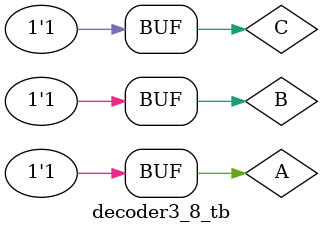
<source format=v>
`timescale 1ns / 1ns

module    decoder3_8_tb();
    reg                                        A                          ;
    reg                                        B                          ;
    reg                                        C                          ;
    wire                      [   7: 0]        out                        ;



    initial
        begin
             A = 0;B = 0;C = 0;
             #200
             A= 0 ;B = 0;C = 1;
             #200
             A= 0 ;B = 1;C = 0;
             #200
             A= 0 ;B = 1;C = 1;
             #200
             A= 1 ;B = 0;C = 0;
             #200
             A= 1 ;B = 0;C = 1;
             #200
             A= 1 ;B = 1;C = 0;
             #200
             A= 1 ;B = 1;C = 1;
        end                                                
                                                           
decoder3_8 u_decoder3_8(
    .A                                  (A                         ),
    .B                                  (B                         ),
    .C                                  (C                         ),
    .out                                (out                       )
);




endmodule                                                  
</source>
